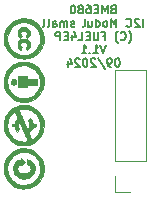
<source format=gbr>
%TF.GenerationSoftware,KiCad,Pcbnew,8.0.5-8.0.5-0~ubuntu22.04.1*%
%TF.CreationDate,2024-09-30T09:22:30+02:00*%
%TF.ProjectId,I2C_Module_BME680_small_FUEL4EP,4932435f-4d6f-4647-956c-655f424d4536,V1.1*%
%TF.SameCoordinates,Original*%
%TF.FileFunction,Legend,Bot*%
%TF.FilePolarity,Positive*%
%FSLAX46Y46*%
G04 Gerber Fmt 4.6, Leading zero omitted, Abs format (unit mm)*
G04 Created by KiCad (PCBNEW 8.0.5-8.0.5-0~ubuntu22.04.1) date 2024-09-30 09:22:30*
%MOMM*%
%LPD*%
G01*
G04 APERTURE LIST*
%ADD10C,0.152400*%
%ADD11C,0.120000*%
%ADD12C,0.010000*%
%ADD13R,1.700000X1.700000*%
%ADD14O,1.700000X1.700000*%
G04 APERTURE END LIST*
D10*
X10429667Y16147680D02*
X10329667Y16114347D01*
X10329667Y16114347D02*
X10296333Y16081013D01*
X10296333Y16081013D02*
X10263000Y16014347D01*
X10263000Y16014347D02*
X10263000Y15914347D01*
X10263000Y15914347D02*
X10296333Y15847680D01*
X10296333Y15847680D02*
X10329667Y15814347D01*
X10329667Y15814347D02*
X10396333Y15781013D01*
X10396333Y15781013D02*
X10663000Y15781013D01*
X10663000Y15781013D02*
X10663000Y16481013D01*
X10663000Y16481013D02*
X10429667Y16481013D01*
X10429667Y16481013D02*
X10363000Y16447680D01*
X10363000Y16447680D02*
X10329667Y16414347D01*
X10329667Y16414347D02*
X10296333Y16347680D01*
X10296333Y16347680D02*
X10296333Y16281013D01*
X10296333Y16281013D02*
X10329667Y16214347D01*
X10329667Y16214347D02*
X10363000Y16181013D01*
X10363000Y16181013D02*
X10429667Y16147680D01*
X10429667Y16147680D02*
X10663000Y16147680D01*
X9963000Y15781013D02*
X9963000Y16481013D01*
X9963000Y16481013D02*
X9729667Y15981013D01*
X9729667Y15981013D02*
X9496333Y16481013D01*
X9496333Y16481013D02*
X9496333Y15781013D01*
X9163000Y16147680D02*
X8929667Y16147680D01*
X8829667Y15781013D02*
X9163000Y15781013D01*
X9163000Y15781013D02*
X9163000Y16481013D01*
X9163000Y16481013D02*
X8829667Y16481013D01*
X8229667Y16481013D02*
X8363000Y16481013D01*
X8363000Y16481013D02*
X8429667Y16447680D01*
X8429667Y16447680D02*
X8463000Y16414347D01*
X8463000Y16414347D02*
X8529667Y16314347D01*
X8529667Y16314347D02*
X8563000Y16181013D01*
X8563000Y16181013D02*
X8563000Y15914347D01*
X8563000Y15914347D02*
X8529667Y15847680D01*
X8529667Y15847680D02*
X8496334Y15814347D01*
X8496334Y15814347D02*
X8429667Y15781013D01*
X8429667Y15781013D02*
X8296334Y15781013D01*
X8296334Y15781013D02*
X8229667Y15814347D01*
X8229667Y15814347D02*
X8196334Y15847680D01*
X8196334Y15847680D02*
X8163000Y15914347D01*
X8163000Y15914347D02*
X8163000Y16081013D01*
X8163000Y16081013D02*
X8196334Y16147680D01*
X8196334Y16147680D02*
X8229667Y16181013D01*
X8229667Y16181013D02*
X8296334Y16214347D01*
X8296334Y16214347D02*
X8429667Y16214347D01*
X8429667Y16214347D02*
X8496334Y16181013D01*
X8496334Y16181013D02*
X8529667Y16147680D01*
X8529667Y16147680D02*
X8563000Y16081013D01*
X7763000Y16181013D02*
X7829667Y16214347D01*
X7829667Y16214347D02*
X7863000Y16247680D01*
X7863000Y16247680D02*
X7896333Y16314347D01*
X7896333Y16314347D02*
X7896333Y16347680D01*
X7896333Y16347680D02*
X7863000Y16414347D01*
X7863000Y16414347D02*
X7829667Y16447680D01*
X7829667Y16447680D02*
X7763000Y16481013D01*
X7763000Y16481013D02*
X7629667Y16481013D01*
X7629667Y16481013D02*
X7563000Y16447680D01*
X7563000Y16447680D02*
X7529667Y16414347D01*
X7529667Y16414347D02*
X7496333Y16347680D01*
X7496333Y16347680D02*
X7496333Y16314347D01*
X7496333Y16314347D02*
X7529667Y16247680D01*
X7529667Y16247680D02*
X7563000Y16214347D01*
X7563000Y16214347D02*
X7629667Y16181013D01*
X7629667Y16181013D02*
X7763000Y16181013D01*
X7763000Y16181013D02*
X7829667Y16147680D01*
X7829667Y16147680D02*
X7863000Y16114347D01*
X7863000Y16114347D02*
X7896333Y16047680D01*
X7896333Y16047680D02*
X7896333Y15914347D01*
X7896333Y15914347D02*
X7863000Y15847680D01*
X7863000Y15847680D02*
X7829667Y15814347D01*
X7829667Y15814347D02*
X7763000Y15781013D01*
X7763000Y15781013D02*
X7629667Y15781013D01*
X7629667Y15781013D02*
X7563000Y15814347D01*
X7563000Y15814347D02*
X7529667Y15847680D01*
X7529667Y15847680D02*
X7496333Y15914347D01*
X7496333Y15914347D02*
X7496333Y16047680D01*
X7496333Y16047680D02*
X7529667Y16114347D01*
X7529667Y16114347D02*
X7563000Y16147680D01*
X7563000Y16147680D02*
X7629667Y16181013D01*
X7063000Y16481013D02*
X6996333Y16481013D01*
X6996333Y16481013D02*
X6929666Y16447680D01*
X6929666Y16447680D02*
X6896333Y16414347D01*
X6896333Y16414347D02*
X6863000Y16347680D01*
X6863000Y16347680D02*
X6829666Y16214347D01*
X6829666Y16214347D02*
X6829666Y16047680D01*
X6829666Y16047680D02*
X6863000Y15914347D01*
X6863000Y15914347D02*
X6896333Y15847680D01*
X6896333Y15847680D02*
X6929666Y15814347D01*
X6929666Y15814347D02*
X6996333Y15781013D01*
X6996333Y15781013D02*
X7063000Y15781013D01*
X7063000Y15781013D02*
X7129666Y15814347D01*
X7129666Y15814347D02*
X7163000Y15847680D01*
X7163000Y15847680D02*
X7196333Y15914347D01*
X7196333Y15914347D02*
X7229666Y16047680D01*
X7229666Y16047680D02*
X7229666Y16214347D01*
X7229666Y16214347D02*
X7196333Y16347680D01*
X7196333Y16347680D02*
X7163000Y16414347D01*
X7163000Y16414347D02*
X7129666Y16447680D01*
X7129666Y16447680D02*
X7063000Y16481013D01*
X12946332Y14654052D02*
X12946332Y15354052D01*
X12646332Y15287386D02*
X12612999Y15320719D01*
X12612999Y15320719D02*
X12546332Y15354052D01*
X12546332Y15354052D02*
X12379666Y15354052D01*
X12379666Y15354052D02*
X12312999Y15320719D01*
X12312999Y15320719D02*
X12279666Y15287386D01*
X12279666Y15287386D02*
X12246332Y15220719D01*
X12246332Y15220719D02*
X12246332Y15154052D01*
X12246332Y15154052D02*
X12279666Y15054052D01*
X12279666Y15054052D02*
X12679666Y14654052D01*
X12679666Y14654052D02*
X12246332Y14654052D01*
X11546332Y14720719D02*
X11579665Y14687386D01*
X11579665Y14687386D02*
X11679665Y14654052D01*
X11679665Y14654052D02*
X11746332Y14654052D01*
X11746332Y14654052D02*
X11846332Y14687386D01*
X11846332Y14687386D02*
X11912999Y14754052D01*
X11912999Y14754052D02*
X11946332Y14820719D01*
X11946332Y14820719D02*
X11979665Y14954052D01*
X11979665Y14954052D02*
X11979665Y15054052D01*
X11979665Y15054052D02*
X11946332Y15187386D01*
X11946332Y15187386D02*
X11912999Y15254052D01*
X11912999Y15254052D02*
X11846332Y15320719D01*
X11846332Y15320719D02*
X11746332Y15354052D01*
X11746332Y15354052D02*
X11679665Y15354052D01*
X11679665Y15354052D02*
X11579665Y15320719D01*
X11579665Y15320719D02*
X11546332Y15287386D01*
X10712999Y14654052D02*
X10712999Y15354052D01*
X10712999Y15354052D02*
X10479666Y14854052D01*
X10479666Y14854052D02*
X10246332Y15354052D01*
X10246332Y15354052D02*
X10246332Y14654052D01*
X9812999Y14654052D02*
X9879666Y14687386D01*
X9879666Y14687386D02*
X9912999Y14720719D01*
X9912999Y14720719D02*
X9946332Y14787386D01*
X9946332Y14787386D02*
X9946332Y14987386D01*
X9946332Y14987386D02*
X9912999Y15054052D01*
X9912999Y15054052D02*
X9879666Y15087386D01*
X9879666Y15087386D02*
X9812999Y15120719D01*
X9812999Y15120719D02*
X9712999Y15120719D01*
X9712999Y15120719D02*
X9646332Y15087386D01*
X9646332Y15087386D02*
X9612999Y15054052D01*
X9612999Y15054052D02*
X9579666Y14987386D01*
X9579666Y14987386D02*
X9579666Y14787386D01*
X9579666Y14787386D02*
X9612999Y14720719D01*
X9612999Y14720719D02*
X9646332Y14687386D01*
X9646332Y14687386D02*
X9712999Y14654052D01*
X9712999Y14654052D02*
X9812999Y14654052D01*
X8979666Y14654052D02*
X8979666Y15354052D01*
X8979666Y14687386D02*
X9046333Y14654052D01*
X9046333Y14654052D02*
X9179666Y14654052D01*
X9179666Y14654052D02*
X9246333Y14687386D01*
X9246333Y14687386D02*
X9279666Y14720719D01*
X9279666Y14720719D02*
X9312999Y14787386D01*
X9312999Y14787386D02*
X9312999Y14987386D01*
X9312999Y14987386D02*
X9279666Y15054052D01*
X9279666Y15054052D02*
X9246333Y15087386D01*
X9246333Y15087386D02*
X9179666Y15120719D01*
X9179666Y15120719D02*
X9046333Y15120719D01*
X9046333Y15120719D02*
X8979666Y15087386D01*
X8346333Y15120719D02*
X8346333Y14654052D01*
X8646333Y15120719D02*
X8646333Y14754052D01*
X8646333Y14754052D02*
X8613000Y14687386D01*
X8613000Y14687386D02*
X8546333Y14654052D01*
X8546333Y14654052D02*
X8446333Y14654052D01*
X8446333Y14654052D02*
X8379666Y14687386D01*
X8379666Y14687386D02*
X8346333Y14720719D01*
X7913000Y14654052D02*
X7979667Y14687386D01*
X7979667Y14687386D02*
X8013000Y14754052D01*
X8013000Y14754052D02*
X8013000Y15354052D01*
X7146333Y14687386D02*
X7079667Y14654052D01*
X7079667Y14654052D02*
X6946333Y14654052D01*
X6946333Y14654052D02*
X6879667Y14687386D01*
X6879667Y14687386D02*
X6846333Y14754052D01*
X6846333Y14754052D02*
X6846333Y14787386D01*
X6846333Y14787386D02*
X6879667Y14854052D01*
X6879667Y14854052D02*
X6946333Y14887386D01*
X6946333Y14887386D02*
X7046333Y14887386D01*
X7046333Y14887386D02*
X7113000Y14920719D01*
X7113000Y14920719D02*
X7146333Y14987386D01*
X7146333Y14987386D02*
X7146333Y15020719D01*
X7146333Y15020719D02*
X7113000Y15087386D01*
X7113000Y15087386D02*
X7046333Y15120719D01*
X7046333Y15120719D02*
X6946333Y15120719D01*
X6946333Y15120719D02*
X6879667Y15087386D01*
X6546333Y14654052D02*
X6546333Y15120719D01*
X6546333Y15054052D02*
X6513000Y15087386D01*
X6513000Y15087386D02*
X6446333Y15120719D01*
X6446333Y15120719D02*
X6346333Y15120719D01*
X6346333Y15120719D02*
X6279666Y15087386D01*
X6279666Y15087386D02*
X6246333Y15020719D01*
X6246333Y15020719D02*
X6246333Y14654052D01*
X6246333Y15020719D02*
X6213000Y15087386D01*
X6213000Y15087386D02*
X6146333Y15120719D01*
X6146333Y15120719D02*
X6046333Y15120719D01*
X6046333Y15120719D02*
X5979666Y15087386D01*
X5979666Y15087386D02*
X5946333Y15020719D01*
X5946333Y15020719D02*
X5946333Y14654052D01*
X5313000Y14654052D02*
X5313000Y15020719D01*
X5313000Y15020719D02*
X5346333Y15087386D01*
X5346333Y15087386D02*
X5413000Y15120719D01*
X5413000Y15120719D02*
X5546333Y15120719D01*
X5546333Y15120719D02*
X5613000Y15087386D01*
X5313000Y14687386D02*
X5379667Y14654052D01*
X5379667Y14654052D02*
X5546333Y14654052D01*
X5546333Y14654052D02*
X5613000Y14687386D01*
X5613000Y14687386D02*
X5646333Y14754052D01*
X5646333Y14754052D02*
X5646333Y14820719D01*
X5646333Y14820719D02*
X5613000Y14887386D01*
X5613000Y14887386D02*
X5546333Y14920719D01*
X5546333Y14920719D02*
X5379667Y14920719D01*
X5379667Y14920719D02*
X5313000Y14954052D01*
X4879667Y14654052D02*
X4946334Y14687386D01*
X4946334Y14687386D02*
X4979667Y14754052D01*
X4979667Y14754052D02*
X4979667Y15354052D01*
X4513000Y14654052D02*
X4579667Y14687386D01*
X4579667Y14687386D02*
X4613000Y14754052D01*
X4613000Y14754052D02*
X4613000Y15354052D01*
X11746333Y13260425D02*
X11779666Y13293758D01*
X11779666Y13293758D02*
X11846333Y13393758D01*
X11846333Y13393758D02*
X11879666Y13460425D01*
X11879666Y13460425D02*
X11913000Y13560425D01*
X11913000Y13560425D02*
X11946333Y13727091D01*
X11946333Y13727091D02*
X11946333Y13860425D01*
X11946333Y13860425D02*
X11913000Y14027091D01*
X11913000Y14027091D02*
X11879666Y14127091D01*
X11879666Y14127091D02*
X11846333Y14193758D01*
X11846333Y14193758D02*
X11779666Y14293758D01*
X11779666Y14293758D02*
X11746333Y14327091D01*
X11079666Y13593758D02*
X11112999Y13560425D01*
X11112999Y13560425D02*
X11212999Y13527091D01*
X11212999Y13527091D02*
X11279666Y13527091D01*
X11279666Y13527091D02*
X11379666Y13560425D01*
X11379666Y13560425D02*
X11446333Y13627091D01*
X11446333Y13627091D02*
X11479666Y13693758D01*
X11479666Y13693758D02*
X11512999Y13827091D01*
X11512999Y13827091D02*
X11512999Y13927091D01*
X11512999Y13927091D02*
X11479666Y14060425D01*
X11479666Y14060425D02*
X11446333Y14127091D01*
X11446333Y14127091D02*
X11379666Y14193758D01*
X11379666Y14193758D02*
X11279666Y14227091D01*
X11279666Y14227091D02*
X11212999Y14227091D01*
X11212999Y14227091D02*
X11112999Y14193758D01*
X11112999Y14193758D02*
X11079666Y14160425D01*
X10846333Y13260425D02*
X10812999Y13293758D01*
X10812999Y13293758D02*
X10746333Y13393758D01*
X10746333Y13393758D02*
X10712999Y13460425D01*
X10712999Y13460425D02*
X10679666Y13560425D01*
X10679666Y13560425D02*
X10646333Y13727091D01*
X10646333Y13727091D02*
X10646333Y13860425D01*
X10646333Y13860425D02*
X10679666Y14027091D01*
X10679666Y14027091D02*
X10712999Y14127091D01*
X10712999Y14127091D02*
X10746333Y14193758D01*
X10746333Y14193758D02*
X10812999Y14293758D01*
X10812999Y14293758D02*
X10846333Y14327091D01*
X9546333Y13893758D02*
X9779666Y13893758D01*
X9779666Y13527091D02*
X9779666Y14227091D01*
X9779666Y14227091D02*
X9446333Y14227091D01*
X9179666Y14227091D02*
X9179666Y13660425D01*
X9179666Y13660425D02*
X9146333Y13593758D01*
X9146333Y13593758D02*
X9112999Y13560425D01*
X9112999Y13560425D02*
X9046333Y13527091D01*
X9046333Y13527091D02*
X8912999Y13527091D01*
X8912999Y13527091D02*
X8846333Y13560425D01*
X8846333Y13560425D02*
X8812999Y13593758D01*
X8812999Y13593758D02*
X8779666Y13660425D01*
X8779666Y13660425D02*
X8779666Y14227091D01*
X8446333Y13893758D02*
X8213000Y13893758D01*
X8113000Y13527091D02*
X8446333Y13527091D01*
X8446333Y13527091D02*
X8446333Y14227091D01*
X8446333Y14227091D02*
X8113000Y14227091D01*
X7479667Y13527091D02*
X7813000Y13527091D01*
X7813000Y13527091D02*
X7813000Y14227091D01*
X6946333Y13993758D02*
X6946333Y13527091D01*
X7113000Y14260425D02*
X7279666Y13760425D01*
X7279666Y13760425D02*
X6846333Y13760425D01*
X6579666Y13893758D02*
X6346333Y13893758D01*
X6246333Y13527091D02*
X6579666Y13527091D01*
X6579666Y13527091D02*
X6579666Y14227091D01*
X6579666Y14227091D02*
X6246333Y14227091D01*
X5946333Y13527091D02*
X5946333Y14227091D01*
X5946333Y14227091D02*
X5679666Y14227091D01*
X5679666Y14227091D02*
X5613000Y14193758D01*
X5613000Y14193758D02*
X5579666Y14160425D01*
X5579666Y14160425D02*
X5546333Y14093758D01*
X5546333Y14093758D02*
X5546333Y13993758D01*
X5546333Y13993758D02*
X5579666Y13927091D01*
X5579666Y13927091D02*
X5613000Y13893758D01*
X5613000Y13893758D02*
X5679666Y13860425D01*
X5679666Y13860425D02*
X5946333Y13860425D01*
X9829666Y13100130D02*
X9596333Y12400130D01*
X9596333Y12400130D02*
X9362999Y13100130D01*
X8762999Y12400130D02*
X9162999Y12400130D01*
X8962999Y12400130D02*
X8962999Y13100130D01*
X8962999Y13100130D02*
X9029666Y13000130D01*
X9029666Y13000130D02*
X9096333Y12933464D01*
X9096333Y12933464D02*
X9162999Y12900130D01*
X8462999Y12466797D02*
X8429666Y12433464D01*
X8429666Y12433464D02*
X8462999Y12400130D01*
X8462999Y12400130D02*
X8496332Y12433464D01*
X8496332Y12433464D02*
X8462999Y12466797D01*
X8462999Y12466797D02*
X8462999Y12400130D01*
X7762999Y12400130D02*
X8162999Y12400130D01*
X7962999Y12400130D02*
X7962999Y13100130D01*
X7962999Y13100130D02*
X8029666Y13000130D01*
X8029666Y13000130D02*
X8096333Y12933464D01*
X8096333Y12933464D02*
X8162999Y12900130D01*
X10829667Y11973169D02*
X10763000Y11973169D01*
X10763000Y11973169D02*
X10696333Y11939836D01*
X10696333Y11939836D02*
X10663000Y11906503D01*
X10663000Y11906503D02*
X10629667Y11839836D01*
X10629667Y11839836D02*
X10596333Y11706503D01*
X10596333Y11706503D02*
X10596333Y11539836D01*
X10596333Y11539836D02*
X10629667Y11406503D01*
X10629667Y11406503D02*
X10663000Y11339836D01*
X10663000Y11339836D02*
X10696333Y11306503D01*
X10696333Y11306503D02*
X10763000Y11273169D01*
X10763000Y11273169D02*
X10829667Y11273169D01*
X10829667Y11273169D02*
X10896333Y11306503D01*
X10896333Y11306503D02*
X10929667Y11339836D01*
X10929667Y11339836D02*
X10963000Y11406503D01*
X10963000Y11406503D02*
X10996333Y11539836D01*
X10996333Y11539836D02*
X10996333Y11706503D01*
X10996333Y11706503D02*
X10963000Y11839836D01*
X10963000Y11839836D02*
X10929667Y11906503D01*
X10929667Y11906503D02*
X10896333Y11939836D01*
X10896333Y11939836D02*
X10829667Y11973169D01*
X10263000Y11273169D02*
X10129666Y11273169D01*
X10129666Y11273169D02*
X10063000Y11306503D01*
X10063000Y11306503D02*
X10029666Y11339836D01*
X10029666Y11339836D02*
X9963000Y11439836D01*
X9963000Y11439836D02*
X9929666Y11573169D01*
X9929666Y11573169D02*
X9929666Y11839836D01*
X9929666Y11839836D02*
X9963000Y11906503D01*
X9963000Y11906503D02*
X9996333Y11939836D01*
X9996333Y11939836D02*
X10063000Y11973169D01*
X10063000Y11973169D02*
X10196333Y11973169D01*
X10196333Y11973169D02*
X10263000Y11939836D01*
X10263000Y11939836D02*
X10296333Y11906503D01*
X10296333Y11906503D02*
X10329666Y11839836D01*
X10329666Y11839836D02*
X10329666Y11673169D01*
X10329666Y11673169D02*
X10296333Y11606503D01*
X10296333Y11606503D02*
X10263000Y11573169D01*
X10263000Y11573169D02*
X10196333Y11539836D01*
X10196333Y11539836D02*
X10063000Y11539836D01*
X10063000Y11539836D02*
X9996333Y11573169D01*
X9996333Y11573169D02*
X9963000Y11606503D01*
X9963000Y11606503D02*
X9929666Y11673169D01*
X9129666Y12006503D02*
X9729666Y11106503D01*
X8929666Y11906503D02*
X8896333Y11939836D01*
X8896333Y11939836D02*
X8829666Y11973169D01*
X8829666Y11973169D02*
X8663000Y11973169D01*
X8663000Y11973169D02*
X8596333Y11939836D01*
X8596333Y11939836D02*
X8563000Y11906503D01*
X8563000Y11906503D02*
X8529666Y11839836D01*
X8529666Y11839836D02*
X8529666Y11773169D01*
X8529666Y11773169D02*
X8563000Y11673169D01*
X8563000Y11673169D02*
X8963000Y11273169D01*
X8963000Y11273169D02*
X8529666Y11273169D01*
X8096333Y11973169D02*
X8029666Y11973169D01*
X8029666Y11973169D02*
X7962999Y11939836D01*
X7962999Y11939836D02*
X7929666Y11906503D01*
X7929666Y11906503D02*
X7896333Y11839836D01*
X7896333Y11839836D02*
X7862999Y11706503D01*
X7862999Y11706503D02*
X7862999Y11539836D01*
X7862999Y11539836D02*
X7896333Y11406503D01*
X7896333Y11406503D02*
X7929666Y11339836D01*
X7929666Y11339836D02*
X7962999Y11306503D01*
X7962999Y11306503D02*
X8029666Y11273169D01*
X8029666Y11273169D02*
X8096333Y11273169D01*
X8096333Y11273169D02*
X8162999Y11306503D01*
X8162999Y11306503D02*
X8196333Y11339836D01*
X8196333Y11339836D02*
X8229666Y11406503D01*
X8229666Y11406503D02*
X8262999Y11539836D01*
X8262999Y11539836D02*
X8262999Y11706503D01*
X8262999Y11706503D02*
X8229666Y11839836D01*
X8229666Y11839836D02*
X8196333Y11906503D01*
X8196333Y11906503D02*
X8162999Y11939836D01*
X8162999Y11939836D02*
X8096333Y11973169D01*
X7596332Y11906503D02*
X7562999Y11939836D01*
X7562999Y11939836D02*
X7496332Y11973169D01*
X7496332Y11973169D02*
X7329666Y11973169D01*
X7329666Y11973169D02*
X7262999Y11939836D01*
X7262999Y11939836D02*
X7229666Y11906503D01*
X7229666Y11906503D02*
X7196332Y11839836D01*
X7196332Y11839836D02*
X7196332Y11773169D01*
X7196332Y11773169D02*
X7229666Y11673169D01*
X7229666Y11673169D02*
X7629666Y11273169D01*
X7629666Y11273169D02*
X7196332Y11273169D01*
X6596332Y11739836D02*
X6596332Y11273169D01*
X6762999Y12006503D02*
X6929665Y11506503D01*
X6929665Y11506503D02*
X6496332Y11506503D01*
D11*
%TO.C,J1*%
X10562000Y10982000D02*
X10562000Y3302000D01*
X10562000Y702000D02*
X10562000Y2032000D01*
X11892000Y702000D02*
X10562000Y702000D01*
X13222000Y10982000D02*
X10562000Y10982000D01*
X13222000Y10982000D02*
X13222000Y3302000D01*
X13222000Y3302000D02*
X10562000Y3302000D01*
D12*
%TO.C,LOGO1*%
X2066136Y10225464D02*
X2145037Y10204396D01*
X2198822Y10162136D01*
X2231675Y10096266D01*
X2236644Y10076574D01*
X2242077Y9995063D01*
X2228628Y9913256D01*
X2198539Y9847955D01*
X2194436Y9842594D01*
X2134667Y9794087D01*
X2057091Y9767225D01*
X1972613Y9762720D01*
X1892139Y9781285D01*
X1826572Y9823633D01*
X1798199Y9859866D01*
X1768394Y9937629D01*
X1764490Y10023621D01*
X1786275Y10107079D01*
X1833539Y10177244D01*
X1859489Y10200901D01*
X1891982Y10219076D01*
X1935292Y10227125D01*
X2002115Y10228943D01*
X2066136Y10225464D01*
G36*
X2066136Y10225464D02*
G01*
X2145037Y10204396D01*
X2198822Y10162136D01*
X2231675Y10096266D01*
X2236644Y10076574D01*
X2242077Y9995063D01*
X2228628Y9913256D01*
X2198539Y9847955D01*
X2194436Y9842594D01*
X2134667Y9794087D01*
X2057091Y9767225D01*
X1972613Y9762720D01*
X1892139Y9781285D01*
X1826572Y9823633D01*
X1798199Y9859866D01*
X1768394Y9937629D01*
X1764490Y10023621D01*
X1786275Y10107079D01*
X1833539Y10177244D01*
X1859489Y10200901D01*
X1891982Y10219076D01*
X1935292Y10227125D01*
X2002115Y10228943D01*
X2066136Y10225464D01*
G37*
X3139886Y10265229D02*
X3974457Y10265229D01*
X3974457Y9739086D01*
X3139886Y9739086D01*
X3139886Y9539515D01*
X2769253Y9539515D01*
X2709159Y9539580D01*
X2595007Y9540347D01*
X2510281Y9542249D01*
X2450204Y9545626D01*
X2410000Y9550820D01*
X2384894Y9558173D01*
X2370110Y9568025D01*
X2362774Y9577896D01*
X2355037Y9599115D01*
X2349389Y9633711D01*
X2345525Y9686267D01*
X2343142Y9761361D01*
X2341935Y9863575D01*
X2341600Y9997489D01*
X2341856Y10121783D01*
X2342912Y10225721D01*
X2345095Y10302452D01*
X2348732Y10356690D01*
X2354149Y10393154D01*
X2361671Y10416559D01*
X2371626Y10431622D01*
X2371744Y10431752D01*
X2384883Y10443013D01*
X2404311Y10451402D01*
X2435029Y10457333D01*
X2482034Y10461223D01*
X2550327Y10463488D01*
X2644906Y10464541D01*
X2770769Y10464800D01*
X3139886Y10464800D01*
X3139886Y10265229D01*
G36*
X3139886Y10265229D02*
G01*
X3974457Y10265229D01*
X3974457Y9739086D01*
X3139886Y9739086D01*
X3139886Y9539515D01*
X2769253Y9539515D01*
X2709159Y9539580D01*
X2595007Y9540347D01*
X2510281Y9542249D01*
X2450204Y9545626D01*
X2410000Y9550820D01*
X2384894Y9558173D01*
X2370110Y9568025D01*
X2362774Y9577896D01*
X2355037Y9599115D01*
X2349389Y9633711D01*
X2345525Y9686267D01*
X2343142Y9761361D01*
X2341935Y9863575D01*
X2341600Y9997489D01*
X2341856Y10121783D01*
X2342912Y10225721D01*
X2345095Y10302452D01*
X2348732Y10356690D01*
X2354149Y10393154D01*
X2361671Y10416559D01*
X2371626Y10431622D01*
X2371744Y10431752D01*
X2384883Y10443013D01*
X2404311Y10451402D01*
X2435029Y10457333D01*
X2482034Y10461223D01*
X2550327Y10463488D01*
X2644906Y10464541D01*
X2770769Y10464800D01*
X3139886Y10464800D01*
X3139886Y10265229D01*
G37*
X2967526Y14631180D02*
X3090052Y14601488D01*
X3155646Y14570517D01*
X3254286Y14494983D01*
X3330618Y14397029D01*
X3378099Y14283872D01*
X3384265Y14241844D01*
X3387634Y14175605D01*
X3386888Y14102443D01*
X3381557Y14038362D01*
X3354828Y13930214D01*
X3302443Y13837771D01*
X3219445Y13750614D01*
X3134202Y13675580D01*
X3082615Y13765904D01*
X3074286Y13780633D01*
X3043842Y13840918D01*
X3033965Y13880687D01*
X3044272Y13907524D01*
X3074382Y13929013D01*
X3113542Y13961034D01*
X3147138Y14022384D01*
X3158961Y14095713D01*
X3147708Y14170422D01*
X3112078Y14235911D01*
X3096526Y14252801D01*
X3026682Y14300407D01*
X2935767Y14323908D01*
X2819765Y14324520D01*
X2757657Y14316860D01*
X2677323Y14292601D01*
X2621286Y14250888D01*
X2583239Y14188083D01*
X2574780Y14163581D01*
X2569361Y14082800D01*
X2595517Y14007635D01*
X2650503Y13947891D01*
X2704496Y13909445D01*
X2645512Y13802052D01*
X2613324Y13748101D01*
X2585274Y13709320D01*
X2567627Y13694444D01*
X2554854Y13698148D01*
X2519210Y13724551D01*
X2475657Y13769208D01*
X2431397Y13823631D01*
X2393633Y13879335D01*
X2369565Y13927831D01*
X2366761Y13936246D01*
X2349161Y14022753D01*
X2342515Y14125668D01*
X2347094Y14228651D01*
X2363168Y14315364D01*
X2363259Y14315667D01*
X2404238Y14400405D01*
X2470920Y14482731D01*
X2553558Y14552697D01*
X2642405Y14600355D01*
X2702053Y14618548D01*
X2833103Y14636853D01*
X2967526Y14631180D01*
G36*
X2967526Y14631180D02*
G01*
X3090052Y14601488D01*
X3155646Y14570517D01*
X3254286Y14494983D01*
X3330618Y14397029D01*
X3378099Y14283872D01*
X3384265Y14241844D01*
X3387634Y14175605D01*
X3386888Y14102443D01*
X3381557Y14038362D01*
X3354828Y13930214D01*
X3302443Y13837771D01*
X3219445Y13750614D01*
X3134202Y13675580D01*
X3082615Y13765904D01*
X3074286Y13780633D01*
X3043842Y13840918D01*
X3033965Y13880687D01*
X3044272Y13907524D01*
X3074382Y13929013D01*
X3113542Y13961034D01*
X3147138Y14022384D01*
X3158961Y14095713D01*
X3147708Y14170422D01*
X3112078Y14235911D01*
X3096526Y14252801D01*
X3026682Y14300407D01*
X2935767Y14323908D01*
X2819765Y14324520D01*
X2757657Y14316860D01*
X2677323Y14292601D01*
X2621286Y14250888D01*
X2583239Y14188083D01*
X2574780Y14163581D01*
X2569361Y14082800D01*
X2595517Y14007635D01*
X2650503Y13947891D01*
X2704496Y13909445D01*
X2645512Y13802052D01*
X2613324Y13748101D01*
X2585274Y13709320D01*
X2567627Y13694444D01*
X2554854Y13698148D01*
X2519210Y13724551D01*
X2475657Y13769208D01*
X2431397Y13823631D01*
X2393633Y13879335D01*
X2369565Y13927831D01*
X2366761Y13936246D01*
X2349161Y14022753D01*
X2342515Y14125668D01*
X2347094Y14228651D01*
X2363168Y14315364D01*
X2363259Y14315667D01*
X2404238Y14400405D01*
X2470920Y14482731D01*
X2553558Y14552697D01*
X2642405Y14600355D01*
X2702053Y14618548D01*
X2833103Y14636853D01*
X2967526Y14631180D01*
G37*
X2871376Y13647572D02*
X2954403Y13645634D01*
X3015576Y13638345D01*
X3068517Y13623070D01*
X3126849Y13597178D01*
X3228530Y13532445D01*
X3312884Y13441340D01*
X3367093Y13331372D01*
X3385633Y13245530D01*
X3388838Y13123588D01*
X3369778Y13002846D01*
X3329714Y12897926D01*
X3322124Y12884672D01*
X3283216Y12828961D01*
X3237128Y12776253D01*
X3190855Y12733232D01*
X3151389Y12706581D01*
X3125724Y12702983D01*
X3116365Y12714068D01*
X3094496Y12750990D01*
X3068426Y12802854D01*
X3025935Y12893576D01*
X3091982Y12955866D01*
X3111000Y12974306D01*
X3141848Y13012313D01*
X3155164Y13052827D01*
X3158029Y13112660D01*
X3158013Y13118533D01*
X3153881Y13178768D01*
X3138569Y13220200D01*
X3106467Y13258725D01*
X3035502Y13306982D01*
X2943532Y13336094D01*
X2842152Y13344391D01*
X2742161Y13331004D01*
X2654356Y13295065D01*
X2619068Y13266666D01*
X2578313Y13201894D01*
X2564970Y13126299D01*
X2582379Y13051197D01*
X2583873Y13048136D01*
X2617234Y12996614D01*
X2655947Y12956576D01*
X2700329Y12923157D01*
X2648370Y12820158D01*
X2622270Y12770801D01*
X2596941Y12727931D01*
X2581537Y12707965D01*
X2564581Y12707984D01*
X2528507Y12728881D01*
X2484434Y12767788D01*
X2439777Y12817915D01*
X2401949Y12872469D01*
X2385607Y12905724D01*
X2358354Y12997350D01*
X2343804Y13103938D01*
X2343314Y13211970D01*
X2358240Y13307930D01*
X2364676Y13329123D01*
X2417383Y13432668D01*
X2498819Y13523196D01*
X2602901Y13593607D01*
X2617847Y13601154D01*
X2672727Y13625606D01*
X2723421Y13639652D01*
X2783401Y13646055D01*
X2866134Y13647576D01*
X2871376Y13647572D01*
G36*
X2871376Y13647572D02*
G01*
X2954403Y13645634D01*
X3015576Y13638345D01*
X3068517Y13623070D01*
X3126849Y13597178D01*
X3228530Y13532445D01*
X3312884Y13441340D01*
X3367093Y13331372D01*
X3385633Y13245530D01*
X3388838Y13123588D01*
X3369778Y13002846D01*
X3329714Y12897926D01*
X3322124Y12884672D01*
X3283216Y12828961D01*
X3237128Y12776253D01*
X3190855Y12733232D01*
X3151389Y12706581D01*
X3125724Y12702983D01*
X3116365Y12714068D01*
X3094496Y12750990D01*
X3068426Y12802854D01*
X3025935Y12893576D01*
X3091982Y12955866D01*
X3111000Y12974306D01*
X3141848Y13012313D01*
X3155164Y13052827D01*
X3158029Y13112660D01*
X3158013Y13118533D01*
X3153881Y13178768D01*
X3138569Y13220200D01*
X3106467Y13258725D01*
X3035502Y13306982D01*
X2943532Y13336094D01*
X2842152Y13344391D01*
X2742161Y13331004D01*
X2654356Y13295065D01*
X2619068Y13266666D01*
X2578313Y13201894D01*
X2564970Y13126299D01*
X2582379Y13051197D01*
X2583873Y13048136D01*
X2617234Y12996614D01*
X2655947Y12956576D01*
X2700329Y12923157D01*
X2648370Y12820158D01*
X2622270Y12770801D01*
X2596941Y12727931D01*
X2581537Y12707965D01*
X2564581Y12707984D01*
X2528507Y12728881D01*
X2484434Y12767788D01*
X2439777Y12817915D01*
X2401949Y12872469D01*
X2385607Y12905724D01*
X2358354Y12997350D01*
X2343804Y13103938D01*
X2343314Y13211970D01*
X2358240Y13307930D01*
X2364676Y13329123D01*
X2417383Y13432668D01*
X2498819Y13523196D01*
X2602901Y13593607D01*
X2617847Y13601154D01*
X2672727Y13625606D01*
X2723421Y13639652D01*
X2783401Y13646055D01*
X2866134Y13647576D01*
X2871376Y13647572D01*
G37*
X2803865Y3389680D02*
X2966772Y3225800D01*
X2803865Y3061962D01*
X2799116Y3057186D01*
X2733559Y2991669D01*
X2688862Y2948941D01*
X2660668Y2926134D01*
X2644616Y2920382D01*
X2636349Y2928816D01*
X2631508Y2948569D01*
X2627875Y2964704D01*
X2611402Y2990673D01*
X2577079Y2993120D01*
X2547229Y2986074D01*
X2477785Y2951153D01*
X2414348Y2898082D01*
X2370794Y2837338D01*
X2357148Y2805328D01*
X2330074Y2692430D01*
X2331451Y2578475D01*
X2360396Y2472317D01*
X2416029Y2382813D01*
X2434495Y2363854D01*
X2518485Y2306679D01*
X2625691Y2265524D01*
X2748552Y2240963D01*
X2879510Y2233567D01*
X3011005Y2243908D01*
X3135479Y2272557D01*
X3245372Y2320086D01*
X3304888Y2359068D01*
X3380585Y2435144D01*
X3424545Y2525739D01*
X3438937Y2634370D01*
X3437832Y2684199D01*
X3432924Y2749193D01*
X3425373Y2794575D01*
X3413150Y2826827D01*
X3364218Y2898533D01*
X3295770Y2957428D01*
X3219410Y2992369D01*
X3139886Y3012394D01*
X3139886Y3440242D01*
X3235136Y3417720D01*
X3319908Y3392296D01*
X3461392Y3322577D01*
X3582894Y3226039D01*
X3680764Y3106640D01*
X3751354Y2968337D01*
X3791012Y2815085D01*
X3796907Y2765572D01*
X3796965Y2585288D01*
X3763561Y2413860D01*
X3698040Y2254819D01*
X3601747Y2111695D01*
X3476024Y1988018D01*
X3426258Y1950973D01*
X3275475Y1868970D01*
X3107156Y1817129D01*
X2924257Y1796167D01*
X2729732Y1806803D01*
X2600349Y1832691D01*
X2437648Y1892863D01*
X2294348Y1979283D01*
X2173763Y2089343D01*
X2079206Y2220437D01*
X2013992Y2369956D01*
X1999943Y2422764D01*
X1980508Y2547137D01*
X1974381Y2680036D01*
X1981837Y2807479D01*
X2003155Y2915486D01*
X2046377Y3027081D01*
X2127690Y3155854D01*
X2236730Y3262187D01*
X2374292Y3346812D01*
X2541171Y3410461D01*
X2553867Y3414278D01*
X2599303Y3432336D01*
X2621769Y3455650D01*
X2631886Y3494002D01*
X2640957Y3553561D01*
X2803865Y3389680D01*
G36*
X2803865Y3389680D02*
G01*
X2966772Y3225800D01*
X2803865Y3061962D01*
X2799116Y3057186D01*
X2733559Y2991669D01*
X2688862Y2948941D01*
X2660668Y2926134D01*
X2644616Y2920382D01*
X2636349Y2928816D01*
X2631508Y2948569D01*
X2627875Y2964704D01*
X2611402Y2990673D01*
X2577079Y2993120D01*
X2547229Y2986074D01*
X2477785Y2951153D01*
X2414348Y2898082D01*
X2370794Y2837338D01*
X2357148Y2805328D01*
X2330074Y2692430D01*
X2331451Y2578475D01*
X2360396Y2472317D01*
X2416029Y2382813D01*
X2434495Y2363854D01*
X2518485Y2306679D01*
X2625691Y2265524D01*
X2748552Y2240963D01*
X2879510Y2233567D01*
X3011005Y2243908D01*
X3135479Y2272557D01*
X3245372Y2320086D01*
X3304888Y2359068D01*
X3380585Y2435144D01*
X3424545Y2525739D01*
X3438937Y2634370D01*
X3437832Y2684199D01*
X3432924Y2749193D01*
X3425373Y2794575D01*
X3413150Y2826827D01*
X3364218Y2898533D01*
X3295770Y2957428D01*
X3219410Y2992369D01*
X3139886Y3012394D01*
X3139886Y3440242D01*
X3235136Y3417720D01*
X3319908Y3392296D01*
X3461392Y3322577D01*
X3582894Y3226039D01*
X3680764Y3106640D01*
X3751354Y2968337D01*
X3791012Y2815085D01*
X3796907Y2765572D01*
X3796965Y2585288D01*
X3763561Y2413860D01*
X3698040Y2254819D01*
X3601747Y2111695D01*
X3476024Y1988018D01*
X3426258Y1950973D01*
X3275475Y1868970D01*
X3107156Y1817129D01*
X2924257Y1796167D01*
X2729732Y1806803D01*
X2600349Y1832691D01*
X2437648Y1892863D01*
X2294348Y1979283D01*
X2173763Y2089343D01*
X2079206Y2220437D01*
X2013992Y2369956D01*
X1999943Y2422764D01*
X1980508Y2547137D01*
X1974381Y2680036D01*
X1981837Y2807479D01*
X2003155Y2915486D01*
X2046377Y3027081D01*
X2127690Y3155854D01*
X2236730Y3262187D01*
X2374292Y3346812D01*
X2541171Y3410461D01*
X2553867Y3414278D01*
X2599303Y3432336D01*
X2621769Y3455650D01*
X2631886Y3494002D01*
X2640957Y3553561D01*
X2803865Y3389680D01*
G37*
X3188983Y15340576D02*
X3417048Y15280244D01*
X3634107Y15188738D01*
X3835547Y15066583D01*
X3883864Y15030913D01*
X4074630Y14863653D01*
X4235671Y14675653D01*
X4366571Y14467550D01*
X4466914Y14239983D01*
X4536284Y13993586D01*
X4558163Y13860339D01*
X4568563Y13628007D01*
X4545728Y13396019D01*
X4491287Y13168292D01*
X4406873Y12948741D01*
X4294116Y12741285D01*
X4154648Y12549838D01*
X3990099Y12378318D01*
X3802100Y12230642D01*
X3738527Y12190190D01*
X3536686Y12089242D01*
X3318851Y12016968D01*
X3090211Y11973782D01*
X2855956Y11960101D01*
X2621275Y11976339D01*
X2391358Y12022910D01*
X2171394Y12100231D01*
X2155976Y12107045D01*
X1949908Y12218904D01*
X1760569Y12360576D01*
X1591276Y12528334D01*
X1445344Y12718451D01*
X1326088Y12927200D01*
X1236823Y13150853D01*
X1225062Y13190075D01*
X1183912Y13388348D01*
X1167918Y13579247D01*
X1477654Y13579247D01*
X1490857Y13454249D01*
X1538196Y13240337D01*
X1616405Y13044155D01*
X1726597Y12863196D01*
X1869886Y12694951D01*
X1922887Y12643067D01*
X2077029Y12515039D01*
X2237424Y12416773D01*
X2411348Y12343546D01*
X2563911Y12300761D01*
X2779953Y12269808D01*
X2994326Y12272117D01*
X3203316Y12306690D01*
X3403211Y12372525D01*
X3590298Y12468624D01*
X3760864Y12593984D01*
X3911197Y12747607D01*
X3992365Y12857285D01*
X4082436Y13008859D01*
X4157058Y13168249D01*
X4208929Y13321381D01*
X4221673Y13377676D01*
X4241664Y13530747D01*
X4246301Y13695796D01*
X4235572Y13858030D01*
X4209467Y14002657D01*
X4196581Y14048960D01*
X4118628Y14250470D01*
X4010042Y14440435D01*
X3875209Y14612103D01*
X3718510Y14758725D01*
X3640880Y14816296D01*
X3450729Y14927216D01*
X3251399Y15004892D01*
X3046138Y15049538D01*
X2838193Y15061372D01*
X2630812Y15040609D01*
X2427244Y14987464D01*
X2230735Y14902155D01*
X2044534Y14784897D01*
X1871888Y14635906D01*
X1825766Y14587582D01*
X1690551Y14413008D01*
X1587150Y14222254D01*
X1516544Y14017953D01*
X1479718Y13802740D01*
X1477654Y13579247D01*
X1167918Y13579247D01*
X1166061Y13601413D01*
X1171371Y13818643D01*
X1199702Y14029416D01*
X1250914Y14223105D01*
X1253655Y14230987D01*
X1349404Y14450227D01*
X1476149Y14653854D01*
X1630873Y14838713D01*
X1810559Y15001652D01*
X2012188Y15139516D01*
X2232743Y15249152D01*
X2258879Y15259659D01*
X2484859Y15329276D01*
X2718277Y15365617D01*
X2838193Y15367441D01*
X2954523Y15369209D01*
X3188983Y15340576D01*
G36*
X3188983Y15340576D02*
G01*
X3417048Y15280244D01*
X3634107Y15188738D01*
X3835547Y15066583D01*
X3883864Y15030913D01*
X4074630Y14863653D01*
X4235671Y14675653D01*
X4366571Y14467550D01*
X4466914Y14239983D01*
X4536284Y13993586D01*
X4558163Y13860339D01*
X4568563Y13628007D01*
X4545728Y13396019D01*
X4491287Y13168292D01*
X4406873Y12948741D01*
X4294116Y12741285D01*
X4154648Y12549838D01*
X3990099Y12378318D01*
X3802100Y12230642D01*
X3738527Y12190190D01*
X3536686Y12089242D01*
X3318851Y12016968D01*
X3090211Y11973782D01*
X2855956Y11960101D01*
X2621275Y11976339D01*
X2391358Y12022910D01*
X2171394Y12100231D01*
X2155976Y12107045D01*
X1949908Y12218904D01*
X1760569Y12360576D01*
X1591276Y12528334D01*
X1445344Y12718451D01*
X1326088Y12927200D01*
X1236823Y13150853D01*
X1225062Y13190075D01*
X1183912Y13388348D01*
X1167918Y13579247D01*
X1477654Y13579247D01*
X1490857Y13454249D01*
X1538196Y13240337D01*
X1616405Y13044155D01*
X1726597Y12863196D01*
X1869886Y12694951D01*
X1922887Y12643067D01*
X2077029Y12515039D01*
X2237424Y12416773D01*
X2411348Y12343546D01*
X2563911Y12300761D01*
X2779953Y12269808D01*
X2994326Y12272117D01*
X3203316Y12306690D01*
X3403211Y12372525D01*
X3590298Y12468624D01*
X3760864Y12593984D01*
X3911197Y12747607D01*
X3992365Y12857285D01*
X4082436Y13008859D01*
X4157058Y13168249D01*
X4208929Y13321381D01*
X4221673Y13377676D01*
X4241664Y13530747D01*
X4246301Y13695796D01*
X4235572Y13858030D01*
X4209467Y14002657D01*
X4196581Y14048960D01*
X4118628Y14250470D01*
X4010042Y14440435D01*
X3875209Y14612103D01*
X3718510Y14758725D01*
X3640880Y14816296D01*
X3450729Y14927216D01*
X3251399Y15004892D01*
X3046138Y15049538D01*
X2838193Y15061372D01*
X2630812Y15040609D01*
X2427244Y14987464D01*
X2230735Y14902155D01*
X2044534Y14784897D01*
X1871888Y14635906D01*
X1825766Y14587582D01*
X1690551Y14413008D01*
X1587150Y14222254D01*
X1516544Y14017953D01*
X1479718Y13802740D01*
X1477654Y13579247D01*
X1167918Y13579247D01*
X1166061Y13601413D01*
X1171371Y13818643D01*
X1199702Y14029416D01*
X1250914Y14223105D01*
X1253655Y14230987D01*
X1349404Y14450227D01*
X1476149Y14653854D01*
X1630873Y14838713D01*
X1810559Y15001652D01*
X2012188Y15139516D01*
X2232743Y15249152D01*
X2258879Y15259659D01*
X2484859Y15329276D01*
X2718277Y15365617D01*
X2838193Y15367441D01*
X2954523Y15369209D01*
X3188983Y15340576D01*
G37*
X2930730Y4367889D02*
X3177189Y4343070D01*
X3410479Y4284509D01*
X3630031Y4192432D01*
X3835278Y4067065D01*
X4025654Y3908635D01*
X4103878Y3829994D01*
X4257244Y3645619D01*
X4378622Y3449712D01*
X4470811Y3237313D01*
X4536612Y3003460D01*
X4547333Y2946583D01*
X4564479Y2778539D01*
X4565324Y2597023D01*
X4550178Y2415646D01*
X4519353Y2248018D01*
X4489382Y2143227D01*
X4402215Y1928145D01*
X4285325Y1723229D01*
X4142909Y1534414D01*
X3979168Y1367635D01*
X3798298Y1228824D01*
X3730551Y1187060D01*
X3521753Y1085470D01*
X3299744Y1013869D01*
X3069282Y972292D01*
X2835121Y960771D01*
X2602017Y979339D01*
X2374726Y1028031D01*
X2158005Y1106879D01*
X1956607Y1215917D01*
X1778756Y1346855D01*
X1602823Y1515504D01*
X1453916Y1704193D01*
X1334662Y1909538D01*
X1247691Y2128157D01*
X1211110Y2262811D01*
X1171665Y2507958D01*
X1168281Y2663372D01*
X1481187Y2663372D01*
X1481200Y2654376D01*
X1485417Y2510168D01*
X1499164Y2388357D01*
X1525340Y2276340D01*
X1566844Y2161515D01*
X1626573Y2031281D01*
X1691104Y1916408D01*
X1815093Y1750840D01*
X1964002Y1602984D01*
X2132192Y1477466D01*
X2314023Y1378907D01*
X2503856Y1311934D01*
X2559990Y1298793D01*
X2765981Y1271757D01*
X2976945Y1274489D01*
X3185249Y1305984D01*
X3383259Y1365238D01*
X3563339Y1451248D01*
X3624717Y1490006D01*
X3783265Y1616351D01*
X3926279Y1768365D01*
X4048582Y1939178D01*
X4144999Y2121922D01*
X4210351Y2309729D01*
X4220351Y2352597D01*
X4244819Y2514022D01*
X4253279Y2683450D01*
X4244472Y2841301D01*
X4241753Y2862011D01*
X4195226Y3068102D01*
X4116500Y3264302D01*
X4008841Y3447045D01*
X3875518Y3612767D01*
X3719800Y3757903D01*
X3544955Y3878887D01*
X3354250Y3972155D01*
X3150955Y4034141D01*
X3120271Y4040080D01*
X2996454Y4054042D01*
X2857553Y4057546D01*
X2716151Y4051044D01*
X2584826Y4034989D01*
X2476162Y4009835D01*
X2451159Y4001620D01*
X2252772Y3916092D01*
X2066662Y3800295D01*
X1898306Y3658751D01*
X1753179Y3495983D01*
X1636758Y3316515D01*
X1619427Y3283531D01*
X1554780Y3138549D01*
X1512023Y2994552D01*
X1488408Y2840005D01*
X1481187Y2663372D01*
X1168281Y2663372D01*
X1166373Y2750993D01*
X1194341Y2988901D01*
X1254675Y3218671D01*
X1346481Y3437288D01*
X1468866Y3641742D01*
X1620935Y3829017D01*
X1801796Y3996103D01*
X1985955Y4127404D01*
X2188734Y4235370D01*
X2400969Y4310545D01*
X2627168Y4354498D01*
X2857553Y4367965D01*
X2871840Y4368800D01*
X2930730Y4367889D01*
G36*
X2930730Y4367889D02*
G01*
X3177189Y4343070D01*
X3410479Y4284509D01*
X3630031Y4192432D01*
X3835278Y4067065D01*
X4025654Y3908635D01*
X4103878Y3829994D01*
X4257244Y3645619D01*
X4378622Y3449712D01*
X4470811Y3237313D01*
X4536612Y3003460D01*
X4547333Y2946583D01*
X4564479Y2778539D01*
X4565324Y2597023D01*
X4550178Y2415646D01*
X4519353Y2248018D01*
X4489382Y2143227D01*
X4402215Y1928145D01*
X4285325Y1723229D01*
X4142909Y1534414D01*
X3979168Y1367635D01*
X3798298Y1228824D01*
X3730551Y1187060D01*
X3521753Y1085470D01*
X3299744Y1013869D01*
X3069282Y972292D01*
X2835121Y960771D01*
X2602017Y979339D01*
X2374726Y1028031D01*
X2158005Y1106879D01*
X1956607Y1215917D01*
X1778756Y1346855D01*
X1602823Y1515504D01*
X1453916Y1704193D01*
X1334662Y1909538D01*
X1247691Y2128157D01*
X1211110Y2262811D01*
X1171665Y2507958D01*
X1168281Y2663372D01*
X1481187Y2663372D01*
X1481200Y2654376D01*
X1485417Y2510168D01*
X1499164Y2388357D01*
X1525340Y2276340D01*
X1566844Y2161515D01*
X1626573Y2031281D01*
X1691104Y1916408D01*
X1815093Y1750840D01*
X1964002Y1602984D01*
X2132192Y1477466D01*
X2314023Y1378907D01*
X2503856Y1311934D01*
X2559990Y1298793D01*
X2765981Y1271757D01*
X2976945Y1274489D01*
X3185249Y1305984D01*
X3383259Y1365238D01*
X3563339Y1451248D01*
X3624717Y1490006D01*
X3783265Y1616351D01*
X3926279Y1768365D01*
X4048582Y1939178D01*
X4144999Y2121922D01*
X4210351Y2309729D01*
X4220351Y2352597D01*
X4244819Y2514022D01*
X4253279Y2683450D01*
X4244472Y2841301D01*
X4241753Y2862011D01*
X4195226Y3068102D01*
X4116500Y3264302D01*
X4008841Y3447045D01*
X3875518Y3612767D01*
X3719800Y3757903D01*
X3544955Y3878887D01*
X3354250Y3972155D01*
X3150955Y4034141D01*
X3120271Y4040080D01*
X2996454Y4054042D01*
X2857553Y4057546D01*
X2716151Y4051044D01*
X2584826Y4034989D01*
X2476162Y4009835D01*
X2451159Y4001620D01*
X2252772Y3916092D01*
X2066662Y3800295D01*
X1898306Y3658751D01*
X1753179Y3495983D01*
X1636758Y3316515D01*
X1619427Y3283531D01*
X1554780Y3138549D01*
X1512023Y2994552D01*
X1488408Y2840005D01*
X1481187Y2663372D01*
X1168281Y2663372D01*
X1166373Y2750993D01*
X1194341Y2988901D01*
X1254675Y3218671D01*
X1346481Y3437288D01*
X1468866Y3641742D01*
X1620935Y3829017D01*
X1801796Y3996103D01*
X1985955Y4127404D01*
X2188734Y4235370D01*
X2400969Y4310545D01*
X2627168Y4354498D01*
X2857553Y4367965D01*
X2871840Y4368800D01*
X2930730Y4367889D01*
G37*
X3023481Y11693117D02*
X3156327Y11680717D01*
X3265889Y11661531D01*
X3453341Y11604997D01*
X3658522Y11511670D01*
X3851106Y11387086D01*
X4035364Y11228844D01*
X4136921Y11123947D01*
X4284849Y10938009D01*
X4400666Y10741554D01*
X4486928Y10529931D01*
X4546188Y10298485D01*
X4556036Y10229305D01*
X4563770Y10110041D01*
X4564597Y9976634D01*
X4558835Y9841580D01*
X4546802Y9717377D01*
X4528817Y9616522D01*
X4469142Y9420257D01*
X4367526Y9194584D01*
X4233906Y8985004D01*
X4067200Y8789580D01*
X3904305Y8640323D01*
X3715900Y8509540D01*
X3512120Y8409671D01*
X3288825Y8338315D01*
X3234962Y8326649D01*
X3084657Y8306232D01*
X2917810Y8297235D01*
X2747120Y8299653D01*
X2585281Y8313481D01*
X2444990Y8338712D01*
X2276873Y8389824D01*
X2056271Y8488574D01*
X1852513Y8617770D01*
X1668507Y8775170D01*
X1507159Y8958538D01*
X1371376Y9165633D01*
X1280786Y9358569D01*
X1211854Y9581879D01*
X1173340Y9814943D01*
X1167943Y9976234D01*
X1474644Y9976234D01*
X1495586Y9755431D01*
X1550740Y9539018D01*
X1639806Y9331050D01*
X1678049Y9263743D01*
X1731551Y9186490D01*
X1799568Y9105442D01*
X1889239Y9011454D01*
X1966743Y8935317D01*
X2031707Y8877248D01*
X2091533Y8832241D01*
X2155767Y8793133D01*
X2233953Y8752760D01*
X2246192Y8746775D01*
X2375109Y8688372D01*
X2489053Y8648101D01*
X2600694Y8623046D01*
X2722701Y8610293D01*
X2867743Y8606925D01*
X2971942Y8608959D01*
X3105670Y8619835D01*
X3224159Y8642382D01*
X3339554Y8679162D01*
X3464003Y8732737D01*
X3617136Y8819953D01*
X3778784Y8946803D01*
X3923771Y9098059D01*
X4047256Y9267839D01*
X4144396Y9450261D01*
X4210351Y9639443D01*
X4241455Y9801569D01*
X4253720Y10017485D01*
X4234573Y10231790D01*
X4184299Y10435732D01*
X4141042Y10551613D01*
X4090764Y10655387D01*
X4027398Y10756506D01*
X3943666Y10868046D01*
X3921446Y10895256D01*
X3767367Y11052254D01*
X3591330Y11183623D01*
X3398493Y11286004D01*
X3194013Y11356041D01*
X3169029Y11361928D01*
X3028255Y11383015D01*
X2872207Y11389967D01*
X2713225Y11383204D01*
X2563647Y11363147D01*
X2435811Y11330215D01*
X2424507Y11326224D01*
X2234561Y11240564D01*
X2056174Y11125902D01*
X1894214Y10986983D01*
X1753550Y10828553D01*
X1639050Y10655359D01*
X1555582Y10472145D01*
X1536587Y10414807D01*
X1488211Y10197377D01*
X1474644Y9976234D01*
X1167943Y9976234D01*
X1165398Y10052314D01*
X1188185Y10288542D01*
X1241855Y10518179D01*
X1326565Y10735778D01*
X1385576Y10847869D01*
X1519737Y11046647D01*
X1679895Y11224942D01*
X1862246Y11379728D01*
X2062989Y11507981D01*
X2278321Y11606676D01*
X2504442Y11672789D01*
X2604480Y11687836D01*
X2735633Y11696852D01*
X2872207Y11698471D01*
X2879275Y11698554D01*
X3023481Y11693117D01*
G36*
X3023481Y11693117D02*
G01*
X3156327Y11680717D01*
X3265889Y11661531D01*
X3453341Y11604997D01*
X3658522Y11511670D01*
X3851106Y11387086D01*
X4035364Y11228844D01*
X4136921Y11123947D01*
X4284849Y10938009D01*
X4400666Y10741554D01*
X4486928Y10529931D01*
X4546188Y10298485D01*
X4556036Y10229305D01*
X4563770Y10110041D01*
X4564597Y9976634D01*
X4558835Y9841580D01*
X4546802Y9717377D01*
X4528817Y9616522D01*
X4469142Y9420257D01*
X4367526Y9194584D01*
X4233906Y8985004D01*
X4067200Y8789580D01*
X3904305Y8640323D01*
X3715900Y8509540D01*
X3512120Y8409671D01*
X3288825Y8338315D01*
X3234962Y8326649D01*
X3084657Y8306232D01*
X2917810Y8297235D01*
X2747120Y8299653D01*
X2585281Y8313481D01*
X2444990Y8338712D01*
X2276873Y8389824D01*
X2056271Y8488574D01*
X1852513Y8617770D01*
X1668507Y8775170D01*
X1507159Y8958538D01*
X1371376Y9165633D01*
X1280786Y9358569D01*
X1211854Y9581879D01*
X1173340Y9814943D01*
X1167943Y9976234D01*
X1474644Y9976234D01*
X1495586Y9755431D01*
X1550740Y9539018D01*
X1639806Y9331050D01*
X1678049Y9263743D01*
X1731551Y9186490D01*
X1799568Y9105442D01*
X1889239Y9011454D01*
X1966743Y8935317D01*
X2031707Y8877248D01*
X2091533Y8832241D01*
X2155767Y8793133D01*
X2233953Y8752760D01*
X2246192Y8746775D01*
X2375109Y8688372D01*
X2489053Y8648101D01*
X2600694Y8623046D01*
X2722701Y8610293D01*
X2867743Y8606925D01*
X2971942Y8608959D01*
X3105670Y8619835D01*
X3224159Y8642382D01*
X3339554Y8679162D01*
X3464003Y8732737D01*
X3617136Y8819953D01*
X3778784Y8946803D01*
X3923771Y9098059D01*
X4047256Y9267839D01*
X4144396Y9450261D01*
X4210351Y9639443D01*
X4241455Y9801569D01*
X4253720Y10017485D01*
X4234573Y10231790D01*
X4184299Y10435732D01*
X4141042Y10551613D01*
X4090764Y10655387D01*
X4027398Y10756506D01*
X3943666Y10868046D01*
X3921446Y10895256D01*
X3767367Y11052254D01*
X3591330Y11183623D01*
X3398493Y11286004D01*
X3194013Y11356041D01*
X3169029Y11361928D01*
X3028255Y11383015D01*
X2872207Y11389967D01*
X2713225Y11383204D01*
X2563647Y11363147D01*
X2435811Y11330215D01*
X2424507Y11326224D01*
X2234561Y11240564D01*
X2056174Y11125902D01*
X1894214Y10986983D01*
X1753550Y10828553D01*
X1639050Y10655359D01*
X1555582Y10472145D01*
X1536587Y10414807D01*
X1488211Y10197377D01*
X1474644Y9976234D01*
X1167943Y9976234D01*
X1165398Y10052314D01*
X1188185Y10288542D01*
X1241855Y10518179D01*
X1326565Y10735778D01*
X1385576Y10847869D01*
X1519737Y11046647D01*
X1679895Y11224942D01*
X1862246Y11379728D01*
X2062989Y11507981D01*
X2278321Y11606676D01*
X2504442Y11672789D01*
X2604480Y11687836D01*
X2735633Y11696852D01*
X2872207Y11698471D01*
X2879275Y11698554D01*
X3023481Y11693117D01*
G37*
X3065405Y8027027D02*
X3172930Y8014040D01*
X3278710Y7991342D01*
X3393886Y7957617D01*
X3572174Y7887492D01*
X3775053Y7774178D01*
X3962058Y7632820D01*
X4129921Y7467169D01*
X4275374Y7280976D01*
X4395150Y7077993D01*
X4485981Y6861969D01*
X4544600Y6636657D01*
X4564979Y6477062D01*
X4566856Y6240859D01*
X4537126Y6003789D01*
X4476476Y5774524D01*
X4426249Y5643917D01*
X4335851Y5466935D01*
X4220749Y5299622D01*
X4075552Y5133356D01*
X4071068Y5128704D01*
X3895902Y4968416D01*
X3710750Y4841082D01*
X3510614Y4743777D01*
X3290496Y4673572D01*
X3244584Y4663345D01*
X3092950Y4641630D01*
X2924242Y4631834D01*
X2751254Y4633949D01*
X2586781Y4647972D01*
X2443617Y4673898D01*
X2398745Y4685703D01*
X2168367Y4768130D01*
X1954274Y4882235D01*
X1758831Y5026323D01*
X1584403Y5198701D01*
X1433355Y5397674D01*
X1371612Y5500962D01*
X1275643Y5712559D01*
X1208757Y5938836D01*
X1171648Y6174303D01*
X1165010Y6413471D01*
X1165812Y6421237D01*
X1474622Y6421237D01*
X1475500Y6206257D01*
X1508572Y5995008D01*
X1574293Y5793052D01*
X1655838Y5633605D01*
X1772112Y5468278D01*
X1911228Y5317327D01*
X2067390Y5186228D01*
X2234802Y5080459D01*
X2407669Y5005497D01*
X2469370Y4987047D01*
X2640188Y4952626D01*
X2821693Y4936273D01*
X3000335Y4938789D01*
X3162564Y4960971D01*
X3196783Y4974058D01*
X3212069Y4992308D01*
X3211949Y4993151D01*
X3202988Y5017709D01*
X3181098Y5070711D01*
X3148108Y5148050D01*
X3105848Y5245616D01*
X3056147Y5359299D01*
X3000836Y5484991D01*
X2941742Y5618582D01*
X2880696Y5755963D01*
X2819527Y5893025D01*
X2760064Y6025658D01*
X2704138Y6149754D01*
X2653576Y6261204D01*
X2610210Y6355897D01*
X2575867Y6429725D01*
X2552379Y6478580D01*
X2541573Y6498350D01*
X2518664Y6505880D01*
X2477804Y6502240D01*
X2438119Y6480666D01*
X2403496Y6429605D01*
X2385088Y6357878D01*
X2383611Y6272325D01*
X2399782Y6179787D01*
X2434317Y6087104D01*
X2476063Y6001179D01*
X2259957Y5782417D01*
X2219897Y5832415D01*
X2214733Y5839216D01*
X2180134Y5899486D01*
X2145624Y5980356D01*
X2116262Y6068686D01*
X2097108Y6151336D01*
X2085956Y6219372D01*
X1833600Y6219372D01*
X1833600Y6418943D01*
X1960254Y6418943D01*
X1994257Y6419031D01*
X2047147Y6420950D01*
X2076300Y6427803D01*
X2090355Y6442721D01*
X2097955Y6468836D01*
X2113378Y6529004D01*
X2164584Y6656012D01*
X2234338Y6752321D01*
X2322387Y6817540D01*
X2394376Y6854266D01*
X2303520Y7058426D01*
X2270052Y7133824D01*
X2228591Y7227671D01*
X2191398Y7312309D01*
X2163739Y7375778D01*
X2163532Y7376256D01*
X2136215Y7433078D01*
X2111531Y7473634D01*
X2094802Y7489170D01*
X2067525Y7476462D01*
X2022354Y7441169D01*
X1964787Y7388772D01*
X1900176Y7324756D01*
X1833870Y7254606D01*
X1771220Y7183806D01*
X1717576Y7117843D01*
X1678288Y7062199D01*
X1660589Y7032934D01*
X1567622Y6840139D01*
X1505481Y6634385D01*
X1474622Y6421237D01*
X1165812Y6421237D01*
X1189536Y6650851D01*
X1245919Y6880954D01*
X1290117Y6997311D01*
X1385539Y7181482D01*
X1507984Y7360517D01*
X1652192Y7527061D01*
X1790550Y7653354D01*
X2423825Y7653354D01*
X2430694Y7632169D01*
X2450360Y7582295D01*
X2481048Y7507820D01*
X2520982Y7412831D01*
X2568387Y7301415D01*
X2621487Y7177660D01*
X2678507Y7045655D01*
X2737671Y6909485D01*
X2797203Y6773240D01*
X2855328Y6641007D01*
X2910270Y6516874D01*
X2960254Y6404927D01*
X3003505Y6309255D01*
X3038246Y6233945D01*
X3062702Y6183086D01*
X3075205Y6159477D01*
X3097113Y6132660D01*
X3128730Y6121691D01*
X3183320Y6119586D01*
X3184337Y6119586D01*
X3242367Y6123094D01*
X3278661Y6137028D01*
X3307229Y6166717D01*
X3331982Y6219392D01*
X3343257Y6300974D01*
X3336679Y6394503D01*
X3313862Y6490367D01*
X3276420Y6578956D01*
X3225967Y6650660D01*
X3186822Y6692329D01*
X3307441Y6812949D01*
X3428061Y6933569D01*
X3465197Y6889434D01*
X3510283Y6825339D01*
X3561414Y6726890D01*
X3601040Y6622125D01*
X3622189Y6527134D01*
X3634260Y6420442D01*
X3892814Y6409872D01*
X3892814Y6214547D01*
X3767054Y6212424D01*
X3641294Y6210300D01*
X3619375Y6124592D01*
X3575775Y6005869D01*
X3508217Y5899392D01*
X3422838Y5816931D01*
X3324235Y5764100D01*
X3319326Y5762342D01*
X3282131Y5745337D01*
X3266886Y5731453D01*
X3273952Y5709891D01*
X3293392Y5661951D01*
X3322246Y5594284D01*
X3357555Y5513500D01*
X3396358Y5426205D01*
X3435697Y5339008D01*
X3472612Y5258518D01*
X3504144Y5191343D01*
X3527332Y5144090D01*
X3539219Y5123369D01*
X3539996Y5122658D01*
X3567021Y5122493D01*
X3613815Y5146368D01*
X3676268Y5191339D01*
X3750268Y5254463D01*
X3831705Y5332795D01*
X3834317Y5335448D01*
X3955862Y5470126D01*
X4051201Y5603186D01*
X4127643Y5746348D01*
X4192497Y5911335D01*
X4203687Y5946564D01*
X4218394Y6007911D01*
X4228473Y6078379D01*
X4235062Y6167017D01*
X4239301Y6282872D01*
X4240782Y6391252D01*
X4236715Y6516748D01*
X4223790Y6623707D01*
X4200044Y6722175D01*
X4163519Y6822196D01*
X4112254Y6933815D01*
X4093361Y6971074D01*
X3972999Y7164074D01*
X3827345Y7331169D01*
X3655705Y7473053D01*
X3457386Y7590421D01*
X3344243Y7641322D01*
X3195011Y7689472D01*
X3038628Y7716368D01*
X2862253Y7724914D01*
X2846461Y7724826D01*
X2758056Y7720901D01*
X2666275Y7712088D01*
X2579042Y7699677D01*
X2504286Y7684954D01*
X2449929Y7669206D01*
X2423900Y7653721D01*
X2423825Y7653354D01*
X1790550Y7653354D01*
X1812902Y7673757D01*
X1981723Y7795481D01*
X2094802Y7857071D01*
X2163579Y7894531D01*
X2354614Y7964813D01*
X2561514Y8008755D01*
X2790968Y8028784D01*
X2800544Y8029127D01*
X2862253Y8030191D01*
X2944990Y8031617D01*
X3065405Y8027027D01*
G36*
X3065405Y8027027D02*
G01*
X3172930Y8014040D01*
X3278710Y7991342D01*
X3393886Y7957617D01*
X3572174Y7887492D01*
X3775053Y7774178D01*
X3962058Y7632820D01*
X4129921Y7467169D01*
X4275374Y7280976D01*
X4395150Y7077993D01*
X4485981Y6861969D01*
X4544600Y6636657D01*
X4564979Y6477062D01*
X4566856Y6240859D01*
X4537126Y6003789D01*
X4476476Y5774524D01*
X4426249Y5643917D01*
X4335851Y5466935D01*
X4220749Y5299622D01*
X4075552Y5133356D01*
X4071068Y5128704D01*
X3895902Y4968416D01*
X3710750Y4841082D01*
X3510614Y4743777D01*
X3290496Y4673572D01*
X3244584Y4663345D01*
X3092950Y4641630D01*
X2924242Y4631834D01*
X2751254Y4633949D01*
X2586781Y4647972D01*
X2443617Y4673898D01*
X2398745Y4685703D01*
X2168367Y4768130D01*
X1954274Y4882235D01*
X1758831Y5026323D01*
X1584403Y5198701D01*
X1433355Y5397674D01*
X1371612Y5500962D01*
X1275643Y5712559D01*
X1208757Y5938836D01*
X1171648Y6174303D01*
X1165010Y6413471D01*
X1165812Y6421237D01*
X1474622Y6421237D01*
X1475500Y6206257D01*
X1508572Y5995008D01*
X1574293Y5793052D01*
X1655838Y5633605D01*
X1772112Y5468278D01*
X1911228Y5317327D01*
X2067390Y5186228D01*
X2234802Y5080459D01*
X2407669Y5005497D01*
X2469370Y4987047D01*
X2640188Y4952626D01*
X2821693Y4936273D01*
X3000335Y4938789D01*
X3162564Y4960971D01*
X3196783Y4974058D01*
X3212069Y4992308D01*
X3211949Y4993151D01*
X3202988Y5017709D01*
X3181098Y5070711D01*
X3148108Y5148050D01*
X3105848Y5245616D01*
X3056147Y5359299D01*
X3000836Y5484991D01*
X2941742Y5618582D01*
X2880696Y5755963D01*
X2819527Y5893025D01*
X2760064Y6025658D01*
X2704138Y6149754D01*
X2653576Y6261204D01*
X2610210Y6355897D01*
X2575867Y6429725D01*
X2552379Y6478580D01*
X2541573Y6498350D01*
X2518664Y6505880D01*
X2477804Y6502240D01*
X2438119Y6480666D01*
X2403496Y6429605D01*
X2385088Y6357878D01*
X2383611Y6272325D01*
X2399782Y6179787D01*
X2434317Y6087104D01*
X2476063Y6001179D01*
X2259957Y5782417D01*
X2219897Y5832415D01*
X2214733Y5839216D01*
X2180134Y5899486D01*
X2145624Y5980356D01*
X2116262Y6068686D01*
X2097108Y6151336D01*
X2085956Y6219372D01*
X1833600Y6219372D01*
X1833600Y6418943D01*
X1960254Y6418943D01*
X1994257Y6419031D01*
X2047147Y6420950D01*
X2076300Y6427803D01*
X2090355Y6442721D01*
X2097955Y6468836D01*
X2113378Y6529004D01*
X2164584Y6656012D01*
X2234338Y6752321D01*
X2322387Y6817540D01*
X2394376Y6854266D01*
X2303520Y7058426D01*
X2270052Y7133824D01*
X2228591Y7227671D01*
X2191398Y7312309D01*
X2163739Y7375778D01*
X2163532Y7376256D01*
X2136215Y7433078D01*
X2111531Y7473634D01*
X2094802Y7489170D01*
X2067525Y7476462D01*
X2022354Y7441169D01*
X1964787Y7388772D01*
X1900176Y7324756D01*
X1833870Y7254606D01*
X1771220Y7183806D01*
X1717576Y7117843D01*
X1678288Y7062199D01*
X1660589Y7032934D01*
X1567622Y6840139D01*
X1505481Y6634385D01*
X1474622Y6421237D01*
X1165812Y6421237D01*
X1189536Y6650851D01*
X1245919Y6880954D01*
X1290117Y6997311D01*
X1385539Y7181482D01*
X1507984Y7360517D01*
X1652192Y7527061D01*
X1790550Y7653354D01*
X2423825Y7653354D01*
X2430694Y7632169D01*
X2450360Y7582295D01*
X2481048Y7507820D01*
X2520982Y7412831D01*
X2568387Y7301415D01*
X2621487Y7177660D01*
X2678507Y7045655D01*
X2737671Y6909485D01*
X2797203Y6773240D01*
X2855328Y6641007D01*
X2910270Y6516874D01*
X2960254Y6404927D01*
X3003505Y6309255D01*
X3038246Y6233945D01*
X3062702Y6183086D01*
X3075205Y6159477D01*
X3097113Y6132660D01*
X3128730Y6121691D01*
X3183320Y6119586D01*
X3184337Y6119586D01*
X3242367Y6123094D01*
X3278661Y6137028D01*
X3307229Y6166717D01*
X3331982Y6219392D01*
X3343257Y6300974D01*
X3336679Y6394503D01*
X3313862Y6490367D01*
X3276420Y6578956D01*
X3225967Y6650660D01*
X3186822Y6692329D01*
X3307441Y6812949D01*
X3428061Y6933569D01*
X3465197Y6889434D01*
X3510283Y6825339D01*
X3561414Y6726890D01*
X3601040Y6622125D01*
X3622189Y6527134D01*
X3634260Y6420442D01*
X3892814Y6409872D01*
X3892814Y6214547D01*
X3767054Y6212424D01*
X3641294Y6210300D01*
X3619375Y6124592D01*
X3575775Y6005869D01*
X3508217Y5899392D01*
X3422838Y5816931D01*
X3324235Y5764100D01*
X3319326Y5762342D01*
X3282131Y5745337D01*
X3266886Y5731453D01*
X3273952Y5709891D01*
X3293392Y5661951D01*
X3322246Y5594284D01*
X3357555Y5513500D01*
X3396358Y5426205D01*
X3435697Y5339008D01*
X3472612Y5258518D01*
X3504144Y5191343D01*
X3527332Y5144090D01*
X3539219Y5123369D01*
X3539996Y5122658D01*
X3567021Y5122493D01*
X3613815Y5146368D01*
X3676268Y5191339D01*
X3750268Y5254463D01*
X3831705Y5332795D01*
X3834317Y5335448D01*
X3955862Y5470126D01*
X4051201Y5603186D01*
X4127643Y5746348D01*
X4192497Y5911335D01*
X4203687Y5946564D01*
X4218394Y6007911D01*
X4228473Y6078379D01*
X4235062Y6167017D01*
X4239301Y6282872D01*
X4240782Y6391252D01*
X4236715Y6516748D01*
X4223790Y6623707D01*
X4200044Y6722175D01*
X4163519Y6822196D01*
X4112254Y6933815D01*
X4093361Y6971074D01*
X3972999Y7164074D01*
X3827345Y7331169D01*
X3655705Y7473053D01*
X3457386Y7590421D01*
X3344243Y7641322D01*
X3195011Y7689472D01*
X3038628Y7716368D01*
X2862253Y7724914D01*
X2846461Y7724826D01*
X2758056Y7720901D01*
X2666275Y7712088D01*
X2579042Y7699677D01*
X2504286Y7684954D01*
X2449929Y7669206D01*
X2423900Y7653721D01*
X2423825Y7653354D01*
X1790550Y7653354D01*
X1812902Y7673757D01*
X1981723Y7795481D01*
X2094802Y7857071D01*
X2163579Y7894531D01*
X2354614Y7964813D01*
X2561514Y8008755D01*
X2790968Y8028784D01*
X2800544Y8029127D01*
X2862253Y8030191D01*
X2944990Y8031617D01*
X3065405Y8027027D01*
G37*
%TD*%
%LPC*%
D13*
%TO.C,J1*%
X11892000Y2032000D03*
D14*
X11892000Y4572000D03*
X11892000Y7112000D03*
X11892000Y9652000D03*
%TD*%
%LPD*%
M02*

</source>
